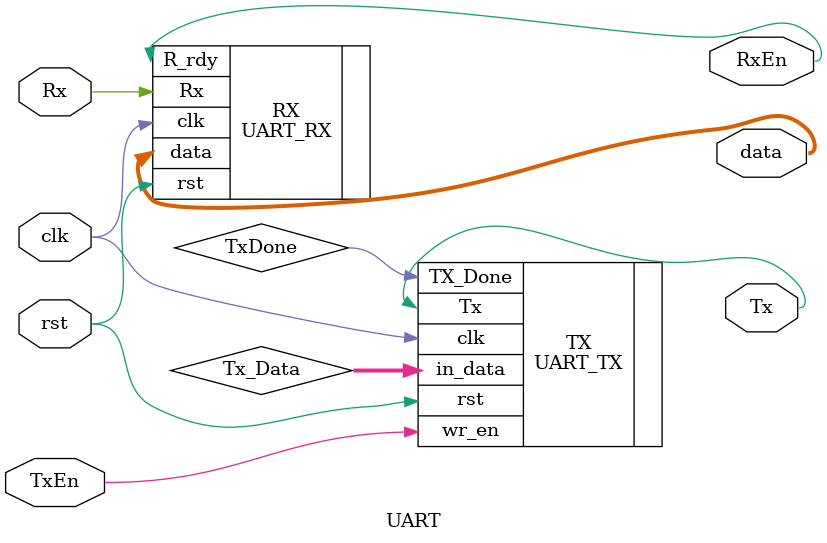
<source format=v>
/*
    UART TOP MODULE 
	*/
	
	
  module UART(clk,rst,TxEn,Rx,Tx,RxEn, data );
  
     input  clk;  //CLOCK 
	 input  rst;  //RESET
	 input  TxEn; //DATA IS VALID *ACTIVATE TRANSMITTER * //OUTCOME INTERRUPT// 
     input  Rx;   //SERIAL INPUT FOR RECIEVER 
	 output Tx;   //SERIAL OUT OF TRANSMITER
	 output RxEn; //RECIEVER IS DONE AND DATA VALID //SEND INTERRUPT //
     output  [7:0] data; //RECEIVED DATA 
	 
	 
		
   
      wire [7:0]  Tx_Data;   //DATA TO TRANSMIT
      wire        TxDone ;   //STOP BIT *TRANSMISION IS DONE *
	 
	  

	  
   
   
   //*************** UART TRANSMITTER ********************************
   
   
  UART_TX  TX(
                  .clk(clk) ,
				  .rst(rst) ,
    	          .Tx(Tx)   ,
    	  	  	  .wr_en(TxEn),
    	    	  .TX_Done(TxDone),
       	    	  .in_data(Tx_Data)
        	   	
         
                      );
  //***************   UART RECIEVER  ********************************
 
 
 UART_RX  RX(
               .clk(clk) ,
			   .rst(rst) ,
               .Rx(Rx)   ,
               .R_rdy(RxEn) ,
               .data(data )
                );
   
   
endmodule
   
	
</source>
